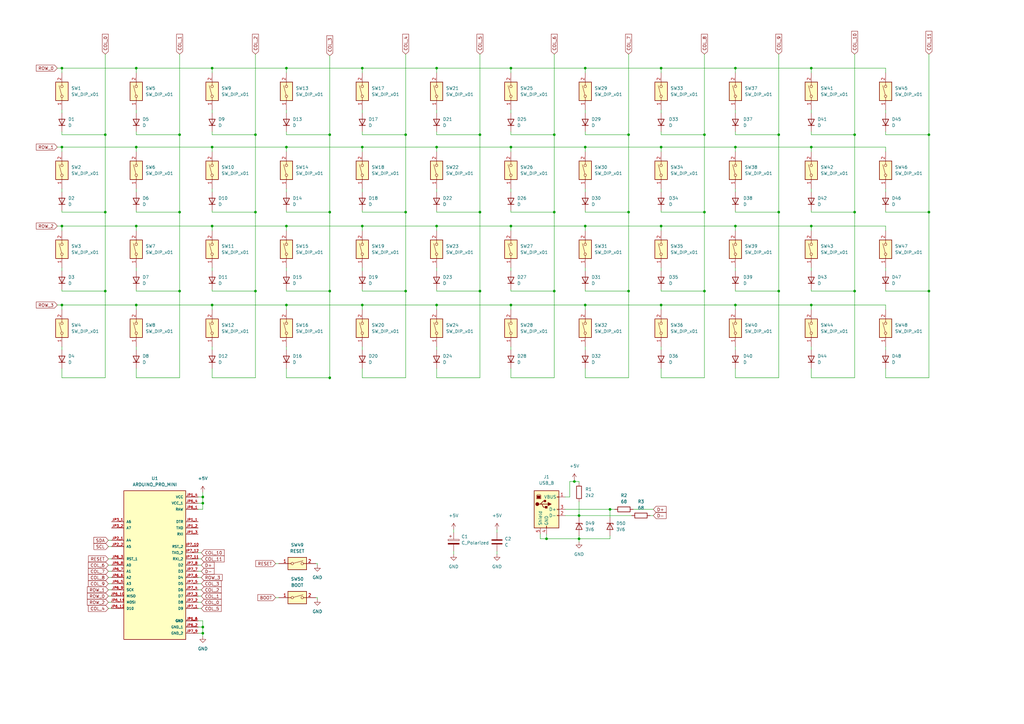
<source format=kicad_sch>
(kicad_sch (version 20211123) (generator eeschema)
  (paper "A3")
  (junction (at 25.4 92.71))
  (junction (at 332.74 92.71))
  (junction (at 209.55 60.325))
  (junction (at 179.07 125.095))
  (junction (at 271.145 27.94))
  (junction (at 227.33 86.995))
  (junction (at 55.88 60.325))
  (junction (at 86.995 125.095))
  (junction (at 319.405 119.38))
  (junction (at 166.37 55.245))
  (junction (at 301.625 27.94))
  (junction (at 209.55 125.095))
  (junction (at 257.81 55.245))
  (junction (at 288.925 119.38))
  (junction (at 271.145 125.095))
  (junction (at 271.145 92.71))
  (junction (at 237.49 211.455))
  (junction (at 55.88 92.71))
  (junction (at 240.03 60.325))
  (junction (at 117.475 92.71))
  (junction (at 179.07 27.94))
  (junction (at 350.52 86.995))
  (junction (at 25.4 27.94))
  (junction (at 135.255 119.38))
  (junction (at 288.925 55.245))
  (junction (at 240.03 27.94))
  (junction (at 148.59 125.095))
  (junction (at 117.475 125.095))
  (junction (at 240.03 92.71))
  (junction (at 25.4 125.095))
  (junction (at 271.145 60.325))
  (junction (at 83.185 206.375))
  (junction (at 83.185 203.835))
  (junction (at 332.74 27.94))
  (junction (at 332.74 60.325))
  (junction (at 135.255 86.995))
  (junction (at 55.88 125.095))
  (junction (at 381 55.245))
  (junction (at 86.995 92.71))
  (junction (at 25.4 60.325))
  (junction (at 179.07 92.71))
  (junction (at 227.33 55.245))
  (junction (at 148.59 60.325))
  (junction (at 135.255 154.94))
  (junction (at 73.66 86.995))
  (junction (at 117.475 60.325))
  (junction (at 148.59 27.94))
  (junction (at 43.18 119.38))
  (junction (at 196.85 119.38))
  (junction (at 209.55 27.94))
  (junction (at 350.52 55.245))
  (junction (at 350.52 119.38))
  (junction (at 117.475 27.94))
  (junction (at 301.625 125.095))
  (junction (at 224.155 220.98))
  (junction (at 237.49 220.98))
  (junction (at 83.185 259.715))
  (junction (at 166.37 119.38))
  (junction (at 288.925 86.995))
  (junction (at 83.185 257.175))
  (junction (at 257.81 119.38))
  (junction (at 179.07 60.325))
  (junction (at 301.625 60.325))
  (junction (at 381 119.38))
  (junction (at 86.995 27.94))
  (junction (at 166.37 86.995))
  (junction (at 381 86.995))
  (junction (at 319.405 86.995))
  (junction (at 301.625 92.71))
  (junction (at 250.19 208.915))
  (junction (at 73.66 119.38))
  (junction (at 43.18 86.995))
  (junction (at 240.03 125.095))
  (junction (at 196.85 86.995))
  (junction (at 86.995 60.325))
  (junction (at 209.55 92.71))
  (junction (at 43.18 55.245))
  (junction (at 257.81 86.995))
  (junction (at 55.88 27.94))
  (junction (at 73.66 55.245))
  (junction (at 332.74 125.095))
  (junction (at 196.85 55.245))
  (junction (at 319.405 55.245))
  (junction (at 104.775 119.38))
  (junction (at 148.59 92.71))
  (junction (at 227.33 119.38))
  (junction (at 135.255 55.245))
  (junction (at 104.775 86.995))
  (junction (at 104.775 55.245))
  (junction (at 235.585 197.485))
  (wire (pts (xy 271.145 92.71) (xy 301.625 92.71)))
  (wire (pts (xy 83.185 259.715) (xy 83.185 260.985)))
  (wire (pts (xy 271.145 109.855) (xy 271.145 111.125)))
  (wire (pts (xy 44.45 221.615) (xy 45.72 221.615)))
  (wire (pts (xy 86.995 27.94) (xy 86.995 29.845)))
  (wire (pts (xy 209.55 45.085) (xy 209.55 46.355)))
  (wire (pts (xy 44.45 247.015) (xy 45.72 247.015)))
  (wire (pts (xy 43.18 22.225) (xy 43.18 55.245)))
  (wire (pts (xy 332.74 60.325) (xy 332.74 62.23)))
  (wire (pts (xy 86.995 60.325) (xy 117.475 60.325)))
  (wire (pts (xy 301.625 53.975) (xy 301.625 55.245)))
  (wire (pts (xy 301.625 154.94) (xy 319.405 154.94)))
  (wire (pts (xy 117.475 27.94) (xy 117.475 29.845)))
  (wire (pts (xy 86.995 109.855) (xy 86.995 111.125)))
  (wire (pts (xy 350.52 22.225) (xy 350.52 55.245)))
  (wire (pts (xy 381 119.38) (xy 381 154.94)))
  (wire (pts (xy 240.03 27.94) (xy 271.145 27.94)))
  (wire (pts (xy 86.995 125.095) (xy 86.995 127)))
  (wire (pts (xy 271.145 53.975) (xy 271.145 55.245)))
  (wire (pts (xy 301.625 86.36) (xy 301.625 86.995)))
  (wire (pts (xy 227.33 22.225) (xy 227.33 55.245)))
  (wire (pts (xy 363.22 86.36) (xy 363.22 86.995)))
  (wire (pts (xy 81.28 249.555) (xy 82.55 249.555)))
  (wire (pts (xy 148.59 125.095) (xy 179.07 125.095)))
  (wire (pts (xy 240.03 53.975) (xy 240.03 55.245)))
  (wire (pts (xy 117.475 119.38) (xy 135.255 119.38)))
  (wire (pts (xy 86.995 77.47) (xy 86.995 78.74)))
  (wire (pts (xy 363.22 118.745) (xy 363.22 119.38)))
  (wire (pts (xy 55.88 27.94) (xy 86.995 27.94)))
  (wire (pts (xy 81.28 231.775) (xy 82.55 231.775)))
  (wire (pts (xy 250.19 219.71) (xy 250.19 220.98)))
  (wire (pts (xy 209.55 154.94) (xy 227.33 154.94)))
  (wire (pts (xy 271.145 92.71) (xy 271.145 94.615)))
  (wire (pts (xy 257.81 22.225) (xy 257.81 55.245)))
  (wire (pts (xy 332.74 45.085) (xy 332.74 46.355)))
  (wire (pts (xy 350.52 119.38) (xy 350.52 154.94)))
  (wire (pts (xy 25.4 27.94) (xy 55.88 27.94)))
  (wire (pts (xy 209.55 53.975) (xy 209.55 55.245)))
  (wire (pts (xy 55.88 154.94) (xy 73.66 154.94)))
  (wire (pts (xy 117.475 55.245) (xy 135.255 55.245)))
  (wire (pts (xy 332.74 55.245) (xy 350.52 55.245)))
  (wire (pts (xy 209.55 92.71) (xy 240.03 92.71)))
  (wire (pts (xy 44.45 249.555) (xy 45.72 249.555)))
  (wire (pts (xy 363.22 55.245) (xy 381 55.245)))
  (wire (pts (xy 179.07 125.095) (xy 209.55 125.095)))
  (wire (pts (xy 332.74 27.94) (xy 332.74 29.845)))
  (wire (pts (xy 209.55 119.38) (xy 227.33 119.38)))
  (wire (pts (xy 55.88 86.995) (xy 73.66 86.995)))
  (wire (pts (xy 23.495 60.325) (xy 25.4 60.325)))
  (wire (pts (xy 209.55 86.36) (xy 209.55 86.995)))
  (wire (pts (xy 148.59 60.325) (xy 179.07 60.325)))
  (wire (pts (xy 117.475 45.085) (xy 117.475 46.355)))
  (wire (pts (xy 83.185 203.835) (xy 83.185 206.375)))
  (wire (pts (xy 148.59 109.855) (xy 148.59 111.125)))
  (wire (pts (xy 209.55 142.24) (xy 209.55 143.51)))
  (wire (pts (xy 86.995 60.325) (xy 86.995 62.23)))
  (wire (pts (xy 288.925 119.38) (xy 288.925 154.94)))
  (wire (pts (xy 117.475 125.095) (xy 148.59 125.095)))
  (wire (pts (xy 55.88 55.245) (xy 73.66 55.245)))
  (wire (pts (xy 55.88 86.36) (xy 55.88 86.995)))
  (wire (pts (xy 240.03 45.085) (xy 240.03 46.355)))
  (wire (pts (xy 332.74 86.995) (xy 350.52 86.995)))
  (wire (pts (xy 301.625 60.325) (xy 332.74 60.325)))
  (wire (pts (xy 301.625 119.38) (xy 319.405 119.38)))
  (wire (pts (xy 240.03 119.38) (xy 257.81 119.38)))
  (wire (pts (xy 381 55.245) (xy 381 86.995)))
  (wire (pts (xy 166.37 119.38) (xy 166.37 154.94)))
  (wire (pts (xy 250.19 208.915) (xy 252.095 208.915)))
  (wire (pts (xy 117.475 154.94) (xy 135.255 154.94)))
  (wire (pts (xy 117.475 125.095) (xy 117.475 127)))
  (wire (pts (xy 301.625 27.94) (xy 332.74 27.94)))
  (wire (pts (xy 179.07 109.855) (xy 179.07 111.125)))
  (wire (pts (xy 86.995 142.24) (xy 86.995 143.51)))
  (wire (pts (xy 148.59 86.995) (xy 166.37 86.995)))
  (wire (pts (xy 148.59 92.71) (xy 148.59 94.615)))
  (wire (pts (xy 104.775 119.38) (xy 104.775 154.94)))
  (wire (pts (xy 203.835 226.06) (xy 203.835 227.33)))
  (wire (pts (xy 271.145 60.325) (xy 271.145 62.23)))
  (wire (pts (xy 179.07 27.94) (xy 209.55 27.94)))
  (wire (pts (xy 25.4 109.855) (xy 25.4 111.125)))
  (wire (pts (xy 25.4 60.325) (xy 25.4 62.23)))
  (wire (pts (xy 332.74 86.36) (xy 332.74 86.995)))
  (wire (pts (xy 117.475 109.855) (xy 117.475 111.125)))
  (wire (pts (xy 350.52 86.995) (xy 350.52 119.38)))
  (wire (pts (xy 237.49 205.74) (xy 237.49 211.455)))
  (wire (pts (xy 135.255 55.245) (xy 135.255 86.995)))
  (wire (pts (xy 25.4 53.975) (xy 25.4 55.245)))
  (wire (pts (xy 209.55 92.71) (xy 209.55 94.615)))
  (wire (pts (xy 301.625 86.995) (xy 319.405 86.995)))
  (wire (pts (xy 117.475 154.94) (xy 117.475 151.13)))
  (wire (pts (xy 196.85 55.245) (xy 196.85 86.995)))
  (wire (pts (xy 55.88 92.71) (xy 86.995 92.71)))
  (wire (pts (xy 235.585 197.485) (xy 237.49 197.485)))
  (wire (pts (xy 25.4 119.38) (xy 43.18 119.38)))
  (wire (pts (xy 166.37 22.225) (xy 166.37 55.245)))
  (wire (pts (xy 83.185 254.635) (xy 83.185 257.175)))
  (wire (pts (xy 231.775 208.915) (xy 250.19 208.915)))
  (wire (pts (xy 271.145 125.095) (xy 271.145 127)))
  (wire (pts (xy 209.55 125.095) (xy 209.55 127)))
  (wire (pts (xy 179.07 53.975) (xy 179.07 55.245)))
  (wire (pts (xy 25.4 86.995) (xy 43.18 86.995)))
  (wire (pts (xy 135.255 119.38) (xy 135.255 154.94)))
  (wire (pts (xy 81.28 226.695) (xy 82.55 226.695)))
  (wire (pts (xy 86.995 55.245) (xy 104.775 55.245)))
  (wire (pts (xy 381 86.995) (xy 381 119.38)))
  (wire (pts (xy 301.625 27.94) (xy 301.625 29.845)))
  (wire (pts (xy 166.37 55.245) (xy 166.37 86.995)))
  (wire (pts (xy 55.88 60.325) (xy 55.88 62.23)))
  (wire (pts (xy 288.925 86.995) (xy 288.925 119.38)))
  (wire (pts (xy 186.055 217.17) (xy 186.055 218.44)))
  (wire (pts (xy 25.4 60.325) (xy 55.88 60.325)))
  (wire (pts (xy 44.45 241.935) (xy 45.72 241.935)))
  (wire (pts (xy 271.145 27.94) (xy 301.625 27.94)))
  (wire (pts (xy 363.22 125.095) (xy 363.22 127)))
  (wire (pts (xy 25.4 125.095) (xy 55.88 125.095)))
  (wire (pts (xy 237.49 211.455) (xy 259.08 211.455)))
  (wire (pts (xy 73.66 119.38) (xy 73.66 154.94)))
  (wire (pts (xy 179.07 27.94) (xy 179.07 29.845)))
  (wire (pts (xy 117.475 118.745) (xy 117.475 119.38)))
  (wire (pts (xy 148.59 60.325) (xy 148.59 62.23)))
  (wire (pts (xy 332.74 92.71) (xy 332.74 94.615)))
  (wire (pts (xy 55.88 77.47) (xy 55.88 78.74)))
  (wire (pts (xy 240.03 154.94) (xy 240.03 151.13)))
  (wire (pts (xy 301.625 125.095) (xy 332.74 125.095)))
  (wire (pts (xy 179.07 125.095) (xy 179.07 127)))
  (wire (pts (xy 240.03 92.71) (xy 271.145 92.71)))
  (wire (pts (xy 104.775 55.245) (xy 104.775 86.995)))
  (wire (pts (xy 363.22 77.47) (xy 363.22 78.74)))
  (wire (pts (xy 148.59 77.47) (xy 148.59 78.74)))
  (wire (pts (xy 55.88 125.095) (xy 55.88 127)))
  (wire (pts (xy 179.07 45.085) (xy 179.07 46.355)))
  (wire (pts (xy 233.68 203.835) (xy 231.775 203.835)))
  (wire (pts (xy 363.22 86.995) (xy 381 86.995)))
  (wire (pts (xy 240.03 27.94) (xy 240.03 29.845)))
  (wire (pts (xy 196.85 119.38) (xy 196.85 154.94)))
  (wire (pts (xy 148.59 27.94) (xy 179.07 27.94)))
  (wire (pts (xy 332.74 142.24) (xy 332.74 143.51)))
  (wire (pts (xy 271.145 60.325) (xy 301.625 60.325)))
  (wire (pts (xy 148.59 92.71) (xy 179.07 92.71)))
  (wire (pts (xy 301.625 125.095) (xy 301.625 127)))
  (wire (pts (xy 209.55 109.855) (xy 209.55 111.125)))
  (wire (pts (xy 117.475 53.975) (xy 117.475 55.245)))
  (wire (pts (xy 196.85 86.995) (xy 196.85 119.38)))
  (wire (pts (xy 319.405 86.995) (xy 319.405 119.38)))
  (wire (pts (xy 148.59 27.94) (xy 148.59 29.845)))
  (wire (pts (xy 240.03 55.245) (xy 257.81 55.245)))
  (wire (pts (xy 271.145 118.745) (xy 271.145 119.38)))
  (wire (pts (xy 73.66 86.995) (xy 73.66 119.38)))
  (wire (pts (xy 81.28 247.015) (xy 82.55 247.015)))
  (wire (pts (xy 332.74 125.095) (xy 332.74 127)))
  (wire (pts (xy 55.88 118.745) (xy 55.88 119.38)))
  (wire (pts (xy 43.18 55.245) (xy 43.18 86.995)))
  (wire (pts (xy 271.145 86.995) (xy 288.925 86.995)))
  (wire (pts (xy 257.81 55.245) (xy 257.81 86.995)))
  (wire (pts (xy 350.52 55.245) (xy 350.52 86.995)))
  (wire (pts (xy 81.28 241.935) (xy 82.55 241.935)))
  (wire (pts (xy 44.45 239.395) (xy 45.72 239.395)))
  (wire (pts (xy 86.995 92.71) (xy 117.475 92.71)))
  (wire (pts (xy 43.18 86.995) (xy 43.18 119.38)))
  (wire (pts (xy 271.145 142.24) (xy 271.145 143.51)))
  (wire (pts (xy 117.475 92.71) (xy 148.59 92.71)))
  (wire (pts (xy 271.145 119.38) (xy 288.925 119.38)))
  (wire (pts (xy 148.59 55.245) (xy 166.37 55.245)))
  (wire (pts (xy 301.625 45.085) (xy 301.625 46.355)))
  (wire (pts (xy 381 22.225) (xy 381 55.245)))
  (wire (pts (xy 129.54 231.14) (xy 130.175 231.14)))
  (wire (pts (xy 209.55 125.095) (xy 240.03 125.095)))
  (wire (pts (xy 117.475 92.71) (xy 117.475 94.615)))
  (wire (pts (xy 209.55 60.325) (xy 209.55 62.23)))
  (wire (pts (xy 81.28 234.315) (xy 82.55 234.315)))
  (wire (pts (xy 25.4 92.71) (xy 25.4 94.615)))
  (wire (pts (xy 301.625 109.855) (xy 301.625 111.125)))
  (wire (pts (xy 332.74 154.94) (xy 332.74 151.13)))
  (wire (pts (xy 288.925 22.225) (xy 288.925 55.245)))
  (wire (pts (xy 237.49 220.98) (xy 237.49 222.25)))
  (wire (pts (xy 135.255 86.995) (xy 135.255 119.38)))
  (wire (pts (xy 25.4 154.94) (xy 25.4 151.13)))
  (wire (pts (xy 83.185 257.175) (xy 83.185 259.715)))
  (wire (pts (xy 240.03 92.71) (xy 240.03 94.615)))
  (wire (pts (xy 250.19 220.98) (xy 237.49 220.98)))
  (wire (pts (xy 209.55 118.745) (xy 209.55 119.38)))
  (wire (pts (xy 117.475 27.94) (xy 148.59 27.94)))
  (wire (pts (xy 271.145 125.095) (xy 301.625 125.095)))
  (wire (pts (xy 209.55 27.94) (xy 240.03 27.94)))
  (wire (pts (xy 271.145 86.36) (xy 271.145 86.995)))
  (wire (pts (xy 81.28 257.175) (xy 83.185 257.175)))
  (wire (pts (xy 301.625 60.325) (xy 301.625 62.23)))
  (wire (pts (xy 363.22 60.325) (xy 363.22 62.23)))
  (wire (pts (xy 332.74 27.94) (xy 363.22 27.94)))
  (wire (pts (xy 363.22 109.855) (xy 363.22 111.125)))
  (wire (pts (xy 55.88 60.325) (xy 86.995 60.325)))
  (wire (pts (xy 81.28 239.395) (xy 82.55 239.395)))
  (wire (pts (xy 221.615 220.98) (xy 221.615 219.075)))
  (wire (pts (xy 233.68 197.485) (xy 235.585 197.485)))
  (wire (pts (xy 332.74 92.71) (xy 363.22 92.71)))
  (wire (pts (xy 240.03 77.47) (xy 240.03 78.74)))
  (wire (pts (xy 44.45 231.775) (xy 45.72 231.775)))
  (wire (pts (xy 86.995 92.71) (xy 86.995 94.615)))
  (wire (pts (xy 240.03 125.095) (xy 271.145 125.095)))
  (wire (pts (xy 332.74 154.94) (xy 350.52 154.94)))
  (wire (pts (xy 301.625 118.745) (xy 301.625 119.38)))
  (wire (pts (xy 25.4 55.245) (xy 43.18 55.245)))
  (wire (pts (xy 271.145 27.94) (xy 271.145 29.845)))
  (wire (pts (xy 301.625 92.71) (xy 332.74 92.71)))
  (wire (pts (xy 301.625 92.71) (xy 301.625 94.615)))
  (wire (pts (xy 148.59 142.24) (xy 148.59 143.51)))
  (wire (pts (xy 148.59 53.975) (xy 148.59 55.245)))
  (wire (pts (xy 237.49 220.98) (xy 224.155 220.98)))
  (wire (pts (xy 363.22 154.94) (xy 381 154.94)))
  (wire (pts (xy 55.88 45.085) (xy 55.88 46.355)))
  (wire (pts (xy 233.68 197.485) (xy 233.68 203.835)))
  (wire (pts (xy 179.07 55.245) (xy 196.85 55.245)))
  (wire (pts (xy 148.59 86.36) (xy 148.59 86.995)))
  (wire (pts (xy 73.66 55.245) (xy 73.66 86.995)))
  (wire (pts (xy 250.19 208.915) (xy 250.19 212.09)))
  (wire (pts (xy 55.88 119.38) (xy 73.66 119.38)))
  (wire (pts (xy 113.03 245.11) (xy 114.3 245.11)))
  (wire (pts (xy 363.22 92.71) (xy 363.22 94.615)))
  (wire (pts (xy 332.74 125.095) (xy 363.22 125.095)))
  (wire (pts (xy 332.74 53.975) (xy 332.74 55.245)))
  (wire (pts (xy 209.55 60.325) (xy 240.03 60.325)))
  (wire (pts (xy 86.995 27.94) (xy 117.475 27.94)))
  (wire (pts (xy 301.625 55.245) (xy 319.405 55.245)))
  (wire (pts (xy 25.4 92.71) (xy 55.88 92.71)))
  (wire (pts (xy 209.55 154.94) (xy 209.55 151.13)))
  (wire (pts (xy 240.03 125.095) (xy 240.03 127)))
  (wire (pts (xy 44.45 244.475) (xy 45.72 244.475)))
  (wire (pts (xy 196.85 22.225) (xy 196.85 55.245)))
  (wire (pts (xy 81.28 229.235) (xy 82.55 229.235)))
  (wire (pts (xy 25.4 27.94) (xy 25.4 29.845)))
  (wire (pts (xy 25.4 118.745) (xy 25.4 119.38)))
  (wire (pts (xy 23.495 27.94) (xy 25.4 27.94)))
  (wire (pts (xy 332.74 118.745) (xy 332.74 119.38)))
  (wire (pts (xy 148.59 125.095) (xy 148.59 127)))
  (wire (pts (xy 240.03 154.94) (xy 257.81 154.94)))
  (wire (pts (xy 179.07 154.94) (xy 196.85 154.94)))
  (wire (pts (xy 86.995 45.085) (xy 86.995 46.355)))
  (wire (pts (xy 44.45 236.855) (xy 45.72 236.855)))
  (wire (pts (xy 363.22 53.975) (xy 363.22 55.245)))
  (wire (pts (xy 86.995 53.975) (xy 86.995 55.245)))
  (wire (pts (xy 55.88 125.095) (xy 86.995 125.095)))
  (wire (pts (xy 104.775 86.995) (xy 104.775 119.38)))
  (wire (pts (xy 148.59 154.94) (xy 166.37 154.94)))
  (wire (pts (xy 363.22 154.94) (xy 363.22 151.13)))
  (wire (pts (xy 86.995 154.94) (xy 86.995 151.13)))
  (wire (pts (xy 81.28 236.855) (xy 82.55 236.855)))
  (wire (pts (xy 332.74 109.855) (xy 332.74 111.125)))
  (wire (pts (xy 257.81 86.995) (xy 257.81 119.38)))
  (wire (pts (xy 179.07 60.325) (xy 209.55 60.325)))
  (wire (pts (xy 81.28 254.635) (xy 83.185 254.635)))
  (wire (pts (xy 43.18 119.38) (xy 43.18 154.94)))
  (wire (pts (xy 319.405 55.245) (xy 319.405 86.995)))
  (wire (pts (xy 271.145 154.94) (xy 288.925 154.94)))
  (wire (pts (xy 179.07 86.36) (xy 179.07 86.995)))
  (wire (pts (xy 179.07 154.94) (xy 179.07 151.13)))
  (wire (pts (xy 231.775 211.455) (xy 237.49 211.455)))
  (wire (pts (xy 240.03 86.995) (xy 257.81 86.995)))
  (wire (pts (xy 332.74 60.325) (xy 363.22 60.325)))
  (wire (pts (xy 86.995 118.745) (xy 86.995 119.38)))
  (wire (pts (xy 271.145 55.245) (xy 288.925 55.245)))
  (wire (pts (xy 209.55 77.47) (xy 209.55 78.74)))
  (wire (pts (xy 25.4 154.94) (xy 43.18 154.94)))
  (wire (pts (xy 179.07 118.745) (xy 179.07 119.38)))
  (wire (pts (xy 209.55 86.995) (xy 227.33 86.995)))
  (wire (pts (xy 363.22 27.94) (xy 363.22 29.845)))
  (wire (pts (xy 23.495 92.71) (xy 25.4 92.71)))
  (wire (pts (xy 148.59 118.745) (xy 148.59 119.38)))
  (wire (pts (xy 240.03 118.745) (xy 240.03 119.38)))
  (wire (pts (xy 81.28 203.835) (xy 83.185 203.835)))
  (wire (pts (xy 266.7 211.455) (xy 267.97 211.455)))
  (wire (pts (xy 23.495 125.095) (xy 25.4 125.095)))
  (wire (pts (xy 240.03 142.24) (xy 240.03 143.51)))
  (wire (pts (xy 81.28 259.715) (xy 83.185 259.715)))
  (wire (pts (xy 117.475 142.24) (xy 117.475 143.51)))
  (wire (pts (xy 301.625 77.47) (xy 301.625 78.74)))
  (wire (pts (xy 25.4 77.47) (xy 25.4 78.74)))
  (wire (pts (xy 117.475 86.36) (xy 117.475 86.995)))
  (wire (pts (xy 224.155 219.075) (xy 224.155 220.98)))
  (wire (pts (xy 83.185 206.375) (xy 83.185 208.915)))
  (wire (pts (xy 135.255 154.94) (xy 135.255 155.575)))
  (wire (pts (xy 117.475 86.995) (xy 135.255 86.995)))
  (wire (pts (xy 235.585 196.85) (xy 235.585 197.485)))
  (wire (pts (xy 332.74 77.47) (xy 332.74 78.74)))
  (wire (pts (xy 179.07 60.325) (xy 179.07 62.23)))
  (wire (pts (xy 363.22 45.085) (xy 363.22 46.355)))
  (wire (pts (xy 166.37 86.995) (xy 166.37 119.38)))
  (wire (pts (xy 257.81 119.38) (xy 257.81 154.94)))
  (wire (pts (xy 81.28 244.475) (xy 82.55 244.475)))
  (wire (pts (xy 186.055 226.06) (xy 186.055 227.33)))
  (wire (pts (xy 271.145 45.085) (xy 271.145 46.355)))
  (wire (pts (xy 73.66 22.225) (xy 73.66 55.245)))
  (wire (pts (xy 227.33 86.995) (xy 227.33 119.38)))
  (wire (pts (xy 240.03 109.855) (xy 240.03 111.125)))
  (wire (pts (xy 55.88 27.94) (xy 55.88 29.845)))
  (wire (pts (xy 25.4 125.095) (xy 25.4 127)))
  (wire (pts (xy 130.175 231.14) (xy 130.175 231.775)))
  (wire (pts (xy 25.4 142.24) (xy 25.4 143.51)))
  (wire (pts (xy 332.74 119.38) (xy 350.52 119.38)))
  (wire (pts (xy 25.4 86.36) (xy 25.4 86.995)))
  (wire (pts (xy 203.835 217.17) (xy 203.835 218.44)))
  (wire (pts (xy 129.54 245.11) (xy 130.175 245.11)))
  (wire (pts (xy 179.07 92.71) (xy 209.55 92.71)))
  (wire (pts (xy 237.49 197.485) (xy 237.49 198.12)))
  (wire (pts (xy 363.22 119.38) (xy 381 119.38)))
  (wire (pts (xy 117.475 60.325) (xy 117.475 62.23)))
  (wire (pts (xy 301.625 142.24) (xy 301.625 143.51)))
  (wire (pts (xy 44.45 224.155) (xy 45.72 224.155)))
  (wire (pts (xy 179.07 92.71) (xy 179.07 94.615)))
  (wire (pts (xy 301.625 154.94) (xy 301.625 151.13)))
  (wire (pts (xy 240.03 60.325) (xy 271.145 60.325)))
  (wire (pts (xy 83.185 201.93) (xy 83.185 203.835)))
  (wire (pts (xy 237.49 211.455) (xy 237.49 212.09)))
  (wire (pts (xy 83.185 208.915) (xy 81.28 208.915)))
  (wire (pts (xy 117.475 60.325) (xy 148.59 60.325)))
  (wire (pts (xy 271.145 77.47) (xy 271.145 78.74)))
  (wire (pts (xy 135.255 22.86) (xy 135.255 55.245)))
  (wire (pts (xy 227.33 55.245) (xy 227.33 86.995)))
  (wire (pts (xy 227.33 119.38) (xy 227.33 154.94)))
  (wire (pts (xy 86.995 154.94) (xy 104.775 154.94)))
  (wire (pts (xy 55.88 53.975) (xy 55.88 55.245)))
  (wire (pts (xy 319.405 22.225) (xy 319.405 55.245)))
  (wire (pts (xy 113.03 231.14) (xy 114.3 231.14)))
  (wire (pts (xy 117.475 77.47) (xy 117.475 78.74)))
  (wire (pts (xy 179.07 119.38) (xy 196.85 119.38)))
  (wire (pts (xy 179.07 77.47) (xy 179.07 78.74)))
  (wire (pts (xy 209.55 27.94) (xy 209.55 29.845)))
  (wire (pts (xy 363.22 142.24) (xy 363.22 143.51)))
  (wire (pts (xy 44.45 234.315) (xy 45.72 234.315)))
  (wire (pts (xy 104.775 22.225) (xy 104.775 55.245)))
  (wire (pts (xy 81.28 206.375) (xy 83.185 206.375)))
  (wire (pts (xy 44.45 229.235) (xy 45.72 229.235)))
  (wire (pts (xy 259.715 208.915) (xy 267.97 208.915)))
  (wire (pts (xy 240.03 60.325) (xy 240.03 62.23)))
  (wire (pts (xy 148.59 154.94) (xy 148.59 151.13)))
  (wire (pts (xy 86.995 125.095) (xy 117.475 125.095)))
  (wire (pts (xy 288.925 55.245) (xy 288.925 86.995)))
  (wire (pts (xy 209.55 55.245) (xy 227.33 55.245)))
  (wire (pts (xy 148.59 45.085) (xy 148.59 46.355)))
  (wire (pts (xy 148.59 119.38) (xy 166.37 119.38)))
  (wire (pts (xy 55.88 154.94) (xy 55.88 151.13)))
  (wire (pts (xy 25.4 45.085) (xy 25.4 46.355)))
  (wire (pts (xy 86.995 119.38) (xy 104.775 119.38)))
  (wire (pts (xy 271.145 154.94) (xy 271.145 151.13)))
  (wire (pts (xy 224.155 220.98) (xy 221.615 220.98)))
  (wire (pts (xy 237.49 219.71) (xy 237.49 220.98)))
  (wire (pts (xy 319.405 119.38) (xy 319.405 154.94)))
  (wire (pts (xy 55.88 109.855) (xy 55.88 111.125)))
  (wire (pts (xy 86.995 86.995) (xy 104.775 86.995)))
  (wire (pts (xy 130.175 245.11) (xy 130.175 245.745)))
  (wire (pts (xy 55.88 142.24) (xy 55.88 143.51)))
  (wire (pts (xy 240.03 86.36) (xy 240.03 86.995)))
  (wire (pts (xy 86.995 86.36) (xy 86.995 86.995)))
  (wire (pts (xy 179.07 86.995) (xy 196.85 86.995)))
  (wire (pts (xy 55.88 92.71) (xy 55.88 94.615)))
  (wire (pts (xy 179.07 142.24) (xy 179.07 143.51)))
  (global_label "D-" (shape input) (at 267.97 211.455 0) (property "Referências entre as folhas" "${INTERSHEET_REFS}" (effects hide)))
  (global_label "ROW_3" (shape input) (at 82.55 236.855 0) (property "Referências entre as folhas" "${INTERSHEET_REFS}" (effects hide)))
  (global_label "ROW_3" (shape input) (at 23.495 125.095 180) (property "Referências entre as folhas" "${INTERSHEET_REFS}" (effects hide)))
  (global_label "COL_8" (shape input) (at 288.925 22.225 90) (property "Referências entre as folhas" "${INTERSHEET_REFS}" (effects hide)))
  (global_label "ROW_1" (shape input) (at 23.495 60.325 180) (property "Referências entre as folhas" "${INTERSHEET_REFS}" (effects hide)))
  (global_label "D+" (shape input) (at 267.97 208.915 0) (property "Referências entre as folhas" "${INTERSHEET_REFS}" (effects hide)))
  (global_label "COL_10" (shape input) (at 82.55 226.695 0) (property "Referências entre as folhas" "${INTERSHEET_REFS}" (effects hide)))
  (global_label "COL_3" (shape input) (at 135.255 22.86 90) (property "Referências entre as folhas" "${INTERSHEET_REFS}" (effects hide)))
  (global_label "SCL" (shape input) (at 44.45 224.155 180) (property "Referências entre as folhas" "${INTERSHEET_REFS}" (effects hide)))
  (global_label "COL_9" (shape input) (at 319.405 22.225 90) (property "Referências entre as folhas" "${INTERSHEET_REFS}" (effects hide)))
  (global_label "COL_8" (shape input) (at 44.45 236.855 180) (property "Referências entre as folhas" "${INTERSHEET_REFS}" (effects hide)))
  (global_label "COL_6" (shape input) (at 227.33 22.225 90) (property "Referências entre as folhas" "${INTERSHEET_REFS}" (effects hide)))
  (global_label "COL_11" (shape input) (at 82.55 229.235 0) (property "Referências entre as folhas" "${INTERSHEET_REFS}" (effects hide)))
  (global_label "COL_6" (shape input) (at 44.45 231.775 180) (property "Referências entre as folhas" "${INTERSHEET_REFS}" (effects hide)))
  (global_label "COL_4" (shape input) (at 166.37 22.225 90) (property "Referências entre as folhas" "${INTERSHEET_REFS}" (effects hide)))
  (global_label "COL_2" (shape input) (at 82.55 241.935 0) (property "Referências entre as folhas" "${INTERSHEET_REFS}" (effects hide)))
  (global_label "ROW_2" (shape input) (at 23.495 92.71 180) (property "Referências entre as folhas" "${INTERSHEET_REFS}" (effects hide)))
  (global_label "BOOT" (shape input) (at 113.03 245.11 180) (property "Referências entre as folhas" "${INTERSHEET_REFS}" (effects hide)))
  (global_label "RESET" (shape input) (at 44.45 229.235 180) (property "Referências entre as folhas" "${INTERSHEET_REFS}" (effects hide)))
  (global_label "COL_5" (shape input) (at 196.85 22.225 90) (property "Referências entre as folhas" "${INTERSHEET_REFS}" (effects hide)))
  (global_label "COL_1" (shape input) (at 73.66 22.225 90) (property "Referências entre as folhas" "${INTERSHEET_REFS}" (effects hide)))
  (global_label "COL_0" (shape input) (at 82.55 247.015 0) (property "Referências entre as folhas" "${INTERSHEET_REFS}" (effects hide)))
  (global_label "COL_1" (shape input) (at 82.55 244.475 0) (property "Referências entre as folhas" "${INTERSHEET_REFS}" (effects hide)))
  (global_label "ROW_2" (shape input) (at 44.45 247.015 180) (property "Referências entre as folhas" "${INTERSHEET_REFS}" (effects hide)))
  (global_label "COL_0" (shape input) (at 43.18 22.225 90) (property "Referências entre as folhas" "${INTERSHEET_REFS}" (effects hide)))
  (global_label "COL_10" (shape input) (at 350.52 22.225 90) (property "Referências entre as folhas" "${INTERSHEET_REFS}" (effects hide)))
  (global_label "COL_3" (shape input) (at 82.55 239.395 0) (property "Referências entre as folhas" "${INTERSHEET_REFS}" (effects hide)))
  (global_label "COL_2" (shape input) (at 104.775 22.225 90) (property "Referências entre as folhas" "${INTERSHEET_REFS}" (effects hide)))
  (global_label "RESET" (shape input) (at 113.03 231.14 180) (property "Referências entre as folhas" "${INTERSHEET_REFS}" (effects hide)))
  (global_label "ROW_0" (shape input) (at 23.495 27.94 180) (property "Referências entre as folhas" "${INTERSHEET_REFS}" (effects hide)))
  (global_label "SDA" (shape input) (at 44.45 221.615 180) (property "Referências entre as folhas" "${INTERSHEET_REFS}" (effects hide)))
  (global_label "COL_5" (shape input) (at 82.55 249.555 0) (property "Referências entre as folhas" "${INTERSHEET_REFS}" (effects hide)))
  (global_label "ROW_0" (shape input) (at 44.45 244.475 180) (property "Referências entre as folhas" "${INTERSHEET_REFS}" (effects hide)))
  (global_label "ROW_1" (shape input) (at 44.45 241.935 180) (property "Referências entre as folhas" "${INTERSHEET_REFS}" (effects hide)))
  (global_label "COL_11" (shape input) (at 381 22.225 90) (property "Referências entre as folhas" "${INTERSHEET_REFS}" (effects hide)))
  (global_label "COL_9" (shape input) (at 44.45 239.395 180) (property "Referências entre as folhas" "${INTERSHEET_REFS}" (effects hide)))
  (global_label "COL_7" (shape input) (at 44.45 234.315 180) (property "Referências entre as folhas" "${INTERSHEET_REFS}" (effects hide)))
  (global_label "D-" (shape input) (at 82.55 234.315 0) (property "Referências entre as folhas" "${INTERSHEET_REFS}" (effects hide)))
  (global_label "COL_7" (shape input) (at 257.81 22.225 90) (property "Referências entre as folhas" "${INTERSHEET_REFS}" (effects hide)))
  (global_label "D+" (shape input) (at 82.55 231.775 0) (property "Referências entre as folhas" "${INTERSHEET_REFS}" (effects hide)))
  (global_label "COL_4" (shape input) (at 44.45 249.555 180) (property "Referências entre as folhas" "${INTERSHEET_REFS}" (effects hide)))
  (symbol (lib_id "Switch:SW_DIP_x01") (at 363.22 134.62 90) (unit 1)
    (property "Reference" "SW48" (at 367.03 133.3499 90) (effects (justify right)))
    (property "Value" "SW_DIP_x01" (at 367.03 135.8899 90) (effects (justify right)))
    (property "Footprint" "keyboard_parts:ALPS_SKCM" (effects hide))
  )
  (symbol (lib_id "Device:D") (at 55.88 50.165 90) (unit 1)
    (property "Reference" "D5" (at 58.42 48.8949 90) (effects (justify right)))
    (property "Value" "D" (at 58.42 51.4349 90) (effects (justify right)))
    (property "Footprint" "keyboard_parts:D_SOD123_axial" (effects hide))
  )
  (symbol (lib_id "Switch:SW_DIP_x01") (at 240.03 37.465 90) (unit 1)
    (property "Reference" "SW29" (at 243.84 36.1949 90) (effects (justify right)))
    (property "Value" "SW_DIP_x01" (at 243.84 38.7349 90) (effects (justify right)))
    (property "Footprint" "keyboard_parts:ALPS_SKCM" (effects hide))
  )
  (symbol (lib_id "Device:D") (at 25.4 50.165 90) (unit 1)
    (property "Reference" "D1" (at 27.94 48.8949 90) (effects (justify right)))
    (property "Value" "D" (at 27.94 51.4349 90) (effects (justify right)))
    (property "Footprint" "keyboard_parts:D_SOD123_axial" (effects hide))
  )
  (symbol (lib_id "Switch:SW_DIP_x01") (at 25.4 134.62 90) (unit 1)
    (property "Reference" "SW4" (at 29.21 133.3499 90) (effects (justify right)))
    (property "Value" "SW_DIP_x01" (at 29.21 135.8899 90) (effects (justify right)))
    (property "Footprint" "keyboard_parts:ALPS_SKCM" (effects hide))
  )
  (symbol (lib_id "Switch:SW_DIP_x01") (at 301.625 102.235 90) (unit 1)
    (property "Reference" "SW39" (at 305.435 100.9649 90) (effects (justify right)))
    (property "Value" "SW_DIP_x01" (at 305.435 103.5049 90) (effects (justify right)))
    (property "Footprint" "keyboard_parts:ALPS_SKCM" (effects hide))
  )
  (symbol (lib_id "Switch:SW_DIP_x01") (at 117.475 102.235 90) (unit 1)
    (property "Reference" "SW15" (at 121.285 100.9649 90) (effects (justify right)))
    (property "Value" "SW_DIP_x01" (at 121.285 103.5049 90) (effects (justify right)))
    (property "Footprint" "keyboard_parts:ALPS_SKCM" (effects hide))
  )
  (symbol (lib_id "Switch:SW_DIP_x01") (at 271.145 37.465 90) (unit 1)
    (property "Reference" "SW33" (at 274.955 36.1949 90) (effects (justify right)))
    (property "Value" "SW_DIP_x01" (at 274.955 38.7349 90) (effects (justify right)))
    (property "Footprint" "keyboard_parts:ALPS_SKCM" (effects hide))
  )
  (symbol (lib_id "Device:D") (at 117.475 114.935 90) (unit 1)
    (property "Reference" "D15" (at 120.015 113.6649 90) (effects (justify right)))
    (property "Value" "D" (at 120.015 116.2049 90) (effects (justify right)))
    (property "Footprint" "keyboard_parts:D_SOD123_axial" (effects hide))
  )
  (symbol (lib_id "Device:D") (at 117.475 147.32 90) (unit 1)
    (property "Reference" "D16" (at 120.015 146.0499 90) (effects (justify right)))
    (property "Value" "D" (at 120.015 148.5899 90) (effects (justify right)))
    (property "Footprint" "keyboard_parts:D_SOD123_axial" (effects hide))
  )
  (symbol (lib_id "Switch:SW_DIP_x01") (at 179.07 134.62 90) (unit 1)
    (property "Reference" "SW24" (at 182.88 133.3499 90) (effects (justify right)))
    (property "Value" "SW_DIP_x01" (at 182.88 135.8899 90) (effects (justify right)))
    (property "Footprint" "keyboard_parts:ALPS_SKCM" (effects hide))
  )
  (symbol (lib_id "power:GND") (at 203.835 227.33 0) (unit 1)
    (property "Reference" "#PWR0104" (effects hide))
    (property "Value" "GND" (at 203.835 232.41 0))
  )
  (symbol (lib_id "Device:D") (at 179.07 147.32 90) (unit 1)
    (property "Reference" "D24" (at 181.61 146.0499 90) (effects (justify right)))
    (property "Value" "D" (at 181.61 148.5899 90) (effects (justify right)))
    (property "Footprint" "keyboard_parts:D_SOD123_axial" (effects hide))
  )
  (symbol (lib_id "Device:D") (at 55.88 114.935 90) (unit 1)
    (property "Reference" "D7" (at 58.42 113.6649 90) (effects (justify right)))
    (property "Value" "D" (at 58.42 116.2049 90) (effects (justify right)))
    (property "Footprint" "keyboard_parts:D_SOD123_axial" (effects hide))
  )
  (symbol (lib_id "power:+5V") (at 186.055 217.17 0) (unit 1)
    (property "Reference" "#PWR0105" (effects hide))
    (property "Value" "+5V" (at 186.055 211.455 0))
  )
  (symbol (lib_id "Switch:SW_DIP_x01") (at 209.55 69.85 90) (unit 1)
    (property "Reference" "SW26" (at 213.36 68.5799 90) (effects (justify right)))
    (property "Value" "SW_DIP_x01" (at 213.36 71.1199 90) (effects (justify right)))
    (property "Footprint" "keyboard_parts:ALPS_SKCM" (effects hide))
  )
  (symbol (lib_id "Device:D") (at 209.55 50.165 90) (unit 1)
    (property "Reference" "D25" (at 212.09 48.8949 90) (effects (justify right)))
    (property "Value" "D" (at 212.09 51.4349 90) (effects (justify right)))
    (property "Footprint" "keyboard_parts:D_SOD123_axial" (effects hide))
  )
  (symbol (lib_id "power:+5V") (at 83.185 201.93 0) (unit 1)
    (property "Reference" "#PWR0110" (effects hide))
    (property "Value" "+5V" (at 83.185 196.215 0))
  )
  (symbol (lib_id "Device:D") (at 271.145 114.935 90) (unit 1)
    (property "Reference" "D35" (at 274.32 113.6649 90) (effects (justify right)))
    (property "Value" "D" (at 274.32 116.2049 90) (effects (justify right)))
    (property "Footprint" "keyboard_parts:D_SOD123_axial" (effects hide))
  )
  (symbol (lib_id "Switch:SW_DIP_x01") (at 25.4 102.235 90) (unit 1)
    (property "Reference" "SW3" (at 29.21 100.9649 90) (effects (justify right)))
    (property "Value" "SW_DIP_x01" (at 29.21 103.5049 90) (effects (justify right)))
    (property "Footprint" "keyboard_parts:ALPS_SKCM" (effects hide))
  )
  (symbol (lib_id "Device:D") (at 179.07 50.165 90) (unit 1)
    (property "Reference" "D21" (at 181.61 48.8949 90) (effects (justify right)))
    (property "Value" "D" (at 181.61 51.4349 90) (effects (justify right)))
    (property "Footprint" "keyboard_parts:D_SOD123_axial" (effects hide))
  )
  (symbol (lib_id "Switch:SW_DIP_x01") (at 301.625 134.62 90) (unit 1)
    (property "Reference" "SW40" (at 305.435 133.3499 90) (effects (justify right)))
    (property "Value" "SW_DIP_x01" (at 305.435 135.8899 90) (effects (justify right)))
    (property "Footprint" "keyboard_parts:ALPS_SKCM" (effects hide))
  )
  (symbol (lib_id "Device:D") (at 332.74 82.55 90) (unit 1)
    (property "Reference" "D42" (at 335.28 81.2799 90) (effects (justify right)))
    (property "Value" "D" (at 335.28 83.8199 90) (effects (justify right)))
    (property "Footprint" "keyboard_parts:D_SOD123_axial" (effects hide))
  )
  (symbol (lib_id "power:GND") (at 237.49 222.25 0) (unit 1)
    (property "Reference" "#PWR0102" (effects hide))
    (property "Value" "GND" (at 237.49 227.33 0))
  )
  (symbol (lib_id "Device:C") (at 203.835 222.25 0) (unit 1)
    (property "Reference" "C2" (at 207.01 220.9799 0) (effects (justify left)))
    (property "Value" "C" (at 207.01 223.5199 0) (effects (justify left)))
    (property "Footprint" "Capacitor_THT:C_Disc_D3.0mm_W1.6mm_P2.50mm" (effects hide))
  )
  (symbol (lib_id "Device:D") (at 271.145 82.55 90) (unit 1)
    (property "Reference" "D34" (at 274.32 81.2799 90) (effects (justify right)))
    (property "Value" "D" (at 274.32 83.8199 90) (effects (justify right)))
    (property "Footprint" "keyboard_parts:D_SOD123_axial" (effects hide))
  )
  (symbol (lib_id "Switch:SW_DIP_x01") (at 148.59 134.62 90) (unit 1)
    (property "Reference" "SW20" (at 152.4 133.3499 90) (effects (justify right)))
    (property "Value" "SW_DIP_x01" (at 152.4 135.8899 90) (effects (justify right)))
    (property "Footprint" "keyboard_parts:ALPS_SKCM" (effects hide))
  )
  (symbol (lib_id "Device:D_Zener") (at 250.19 215.9 270) (unit 1)
    (property "Reference" "D50" (at 252.73 214.6299 90) (effects (justify left)))
    (property "Value" "3V6" (at 252.73 217.1699 90) (effects (justify left)))
    (property "Footprint" "keyboard_parts:D_SOD123_axial" (effects hide))
  )
  (symbol (lib_id "Switch:SW_DIP_x01") (at 86.995 102.235 90) (unit 1)
    (property "Reference" "SW11" (at 90.805 100.9649 90) (effects (justify right)))
    (property "Value" "SW_DIP_x01" (at 90.805 103.5049 90) (effects (justify right)))
    (property "Footprint" "keyboard_parts:ALPS_SKCM" (effects hide))
  )
  (symbol (lib_id "Device:D") (at 179.07 114.935 90) (unit 1)
    (property "Reference" "D23" (at 181.61 113.6649 90) (effects (justify right)))
    (property "Value" "D" (at 181.61 116.2049 90) (effects (justify right)))
    (property "Footprint" "keyboard_parts:D_SOD123_axial" (effects hide))
  )
  (symbol (lib_id "Switch:SW_DIP_x01") (at 332.74 37.465 90) (unit 1)
    (property "Reference" "SW41" (at 336.55 36.1949 90) (effects (justify right)))
    (property "Value" "SW_DIP_x01" (at 336.55 38.7349 90) (effects (justify right)))
    (property "Footprint" "keyboard_parts:ALPS_SKCM" (effects hide))
  )
  (symbol (lib_id "Device:D") (at 271.145 50.165 90) (unit 1)
    (property "Reference" "D33" (at 274.32 48.8949 90) (effects (justify right)))
    (property "Value" "D" (at 274.32 51.4349 90) (effects (justify right)))
    (property "Footprint" "keyboard_parts:D_SOD123_axial" (effects hide))
  )
  (symbol (lib_id "Switch:SW_DIP_x01") (at 121.92 245.11 0) (unit 1)
    (property "Reference" "SW50" (at 121.92 237.49 0))
    (property "Value" "BOOT" (at 121.92 240.03 0))
    (property "Footprint" "Button_Switch_THT:SW_PUSH_6mm" (effects hide))
  )
  (symbol (lib_id "Device:D") (at 179.07 82.55 90) (unit 1)
    (property "Reference" "D22" (at 181.61 81.2799 90) (effects (justify right)))
    (property "Value" "D" (at 181.61 83.8199 90) (effects (justify right)))
    (property "Footprint" "keyboard_parts:D_SOD123_axial" (effects hide))
  )
  (symbol (lib_id "Device:D") (at 148.59 82.55 90) (unit 1)
    (property "Reference" "D18" (at 151.13 81.2799 90) (effects (justify right)))
    (property "Value" "D" (at 151.13 83.8199 90) (effects (justify right)))
    (property "Footprint" "keyboard_parts:D_SOD123_axial" (effects hide))
  )
  (symbol (lib_id "Device:D") (at 363.22 114.935 90) (unit 1)
    (property "Reference" "D47" (at 365.76 113.6649 90) (effects (justify right)))
    (property "Value" "D" (at 365.76 116.2049 90) (effects (justify right)))
    (property "Footprint" "keyboard_parts:D_SOD123_axial" (effects hide))
  )
  (symbol (lib_id "Switch:SW_DIP_x01") (at 209.55 37.465 90) (unit 1)
    (property "Reference" "SW25" (at 213.36 36.1949 90) (effects (justify right)))
    (property "Value" "SW_DIP_x01" (at 213.36 38.7349 90) (effects (justify right)))
    (property "Footprint" "keyboard_parts:ALPS_SKCM" (effects hide))
  )
  (symbol (lib_id "Device:D") (at 55.88 82.55 90) (unit 1)
    (property "Reference" "D6" (at 58.42 81.2799 90) (effects (justify right)))
    (property "Value" "D" (at 58.42 83.8199 90) (effects (justify right)))
    (property "Footprint" "keyboard_parts:D_SOD123_axial" (effects hide))
  )
  (symbol (lib_id "Device:D") (at 301.625 147.32 90) (unit 1)
    (property "Reference" "D40" (at 304.8 146.0499 90) (effects (justify right)))
    (property "Value" "D" (at 304.8 148.5899 90) (effects (justify right)))
    (property "Footprint" "keyboard_parts:D_SOD123_axial" (effects hide))
  )
  (symbol (lib_id "Device:D") (at 240.03 50.165 90) (unit 1)
    (property "Reference" "D29" (at 242.57 48.8949 90) (effects (justify right)))
    (property "Value" "D" (at 242.57 51.4349 90) (effects (justify right)))
    (property "Footprint" "keyboard_parts:D_SOD123_axial" (effects hide))
  )
  (symbol (lib_id "Device:C_Polarized") (at 186.055 222.25 0) (unit 1)
    (property "Reference" "C1" (at 189.23 220.0909 0) (effects (justify left)))
    (property "Value" "C_Polarized" (at 189.23 222.6309 0) (effects (justify left)))
    (property "Footprint" "Capacitor_THT:CP_Radial_D4.0mm_P1.50mm" (effects hide))
  )
  (symbol (lib_id "Switch:SW_DIP_x01") (at 117.475 134.62 90) (unit 1)
    (property "Reference" "SW16" (at 121.285 133.3499 90) (effects (justify right)))
    (property "Value" "SW_DIP_x01" (at 121.285 135.8899 90) (effects (justify right)))
    (property "Footprint" "keyboard_parts:ALPS_SKCM" (effects hide))
  )
  (symbol (lib_id "Switch:SW_DIP_x01") (at 301.625 69.85 90) (unit 1)
    (property "Reference" "SW38" (at 305.435 68.5799 90) (effects (justify right)))
    (property "Value" "SW_DIP_x01" (at 305.435 71.1199 90) (effects (justify right)))
    (property "Footprint" "keyboard_parts:ALPS_SKCM" (effects hide))
  )
  (symbol (lib_id "Device:D") (at 86.995 114.935 90) (unit 1)
    (property "Reference" "D11" (at 89.535 113.6649 90) (effects (justify right)))
    (property "Value" "D" (at 89.535 116.2049 90) (effects (justify right)))
    (property "Footprint" "keyboard_parts:D_SOD123_axial" (effects hide))
  )
  (symbol (lib_id "Device:D") (at 240.03 147.32 90) (unit 1)
    (property "Reference" "D32" (at 242.57 146.0499 90) (effects (justify right)))
    (property "Value" "D" (at 242.57 148.5899 90) (effects (justify right)))
    (property "Footprint" "keyboard_parts:D_SOD123_axial" (effects hide))
  )
  (symbol (lib_id "Switch:SW_DIP_x01") (at 271.145 134.62 90) (unit 1)
    (property "Reference" "SW36" (at 274.955 133.3499 90) (effects (justify right)))
    (property "Value" "SW_DIP_x01" (at 274.955 135.8899 90) (effects (justify right)))
    (property "Footprint" "keyboard_parts:ALPS_SKCM" (effects hide))
  )
  (symbol (lib_id "Switch:SW_DIP_x01") (at 240.03 69.85 90) (unit 1)
    (property "Reference" "SW30" (at 243.84 68.5799 90) (effects (justify right)))
    (property "Value" "SW_DIP_x01" (at 243.84 71.1199 90) (effects (justify right)))
    (property "Footprint" "keyboard_parts:ALPS_SKCM" (effects hide))
  )
  (symbol (lib_id "Device:D") (at 25.4 114.935 90) (unit 1)
    (property "Reference" "D3" (at 27.94 113.6649 90) (effects (justify right)))
    (property "Value" "D" (at 27.94 116.2049 90) (effects (justify right)))
    (property "Footprint" "keyboard_parts:D_SOD123_axial" (effects hide))
  )
  (symbol (lib_id "Device:D") (at 86.995 50.165 90) (unit 1)
    (property "Reference" "D9" (at 89.535 48.8949 90) (effects (justify right)))
    (property "Value" "D" (at 89.535 51.4349 90) (effects (justify right)))
    (property "Footprint" "keyboard_parts:D_SOD123_axial" (effects hide))
  )
  (symbol (lib_id "Switch:SW_DIP_x01") (at 86.995 134.62 90) (unit 1)
    (property "Reference" "SW12" (at 90.805 133.3499 90) (effects (justify right)))
    (property "Value" "SW_DIP_x01" (at 90.805 135.8899 90) (effects (justify right)))
    (property "Footprint" "keyboard_parts:ALPS_SKCM" (effects hide))
  )
  (symbol (lib_id "Device:R") (at 262.89 211.455 90) (unit 1)
    (property "Reference" "R3" (at 262.89 205.74 90))
    (property "Value" "68" (at 262.89 208.28 90))
    (property "Footprint" "Resistor_THT:R_Axial_DIN0204_L3.6mm_D1.6mm_P7.62mm_Horizontal" (effects hide))
  )
  (symbol (lib_id "Switch:SW_DIP_x01") (at 117.475 69.85 90) (unit 1)
    (property "Reference" "SW14" (at 121.285 68.5799 90) (effects (justify right)))
    (property "Value" "SW_DIP_x01" (at 121.285 71.1199 90) (effects (justify right)))
    (property "Footprint" "keyboard_parts:ALPS_SKCM" (effects hide))
  )
  (symbol (lib_id "Switch:SW_DIP_x01") (at 363.22 69.85 90) (unit 1)
    (property "Reference" "SW46" (at 367.03 68.5799 90) (effects (justify right)))
    (property "Value" "SW_DIP_x01" (at 367.03 71.1199 90) (effects (justify right)))
    (property "Footprint" "keyboard_parts:ALPS_SKCM" (effects hide))
  )
  (symbol (lib_id "power:GND") (at 83.185 260.985 0) (unit 1)
    (property "Reference" "#PWR0109" (effects hide))
    (property "Value" "GND" (at 83.185 266.065 0))
  )
  (symbol (lib_id "Device:D_Zener") (at 237.49 215.9 270) (unit 1)
    (property "Reference" "D49" (at 240.03 214.6299 90) (effects (justify left)))
    (property "Value" "3V6" (at 240.03 217.1699 90) (effects (justify left)))
    (property "Footprint" "keyboard_parts:D_SOD123_axial" (effects hide))
  )
  (symbol (lib_id "Device:D") (at 209.55 82.55 90) (unit 1)
    (property "Reference" "D26" (at 212.09 81.2799 90) (effects (justify right)))
    (property "Value" "D" (at 212.09 83.8199 90) (effects (justify right)))
    (property "Footprint" "keyboard_parts:D_SOD123_axial" (effects hide))
  )
  (symbol (lib_id "Switch:SW_DIP_x01") (at 363.22 102.235 90) (unit 1)
    (property "Reference" "SW47" (at 367.03 100.9649 90) (effects (justify right)))
    (property "Value" "SW_DIP_x01" (at 367.03 103.5049 90) (effects (justify right)))
    (property "Footprint" "keyboard_parts:ALPS_SKCM" (effects hide))
  )
  (symbol (lib_id "Device:D") (at 209.55 147.32 90) (unit 1)
    (property "Reference" "D28" (at 212.09 146.0499 90) (effects (justify right)))
    (property "Value" "D" (at 212.09 148.5899 90) (effects (justify right)))
    (property "Footprint" "keyboard_parts:D_SOD123_axial" (effects hide))
  )
  (symbol (lib_id "Switch:SW_DIP_x01") (at 179.07 102.235 90) (unit 1)
    (property "Reference" "SW23" (at 182.88 100.9649 90) (effects (justify right)))
    (property "Value" "SW_DIP_x01" (at 182.88 103.5049 90) (effects (justify right)))
    (property "Footprint" "keyboard_parts:ALPS_SKCM" (effects hide))
  )
  (symbol (lib_id "Device:D") (at 148.59 147.32 90) (unit 1)
    (property "Reference" "D20" (at 151.13 146.0499 90) (effects (justify right)))
    (property "Value" "D" (at 151.13 148.5899 90) (effects (justify right)))
    (property "Footprint" "keyboard_parts:D_SOD123_axial" (effects hide))
  )
  (symbol (lib_id "Switch:SW_DIP_x01") (at 148.59 37.465 90) (unit 1)
    (property "Reference" "SW17" (at 152.4 36.1949 90) (effects (justify right)))
    (property "Value" "SW_DIP_x01" (at 152.4 38.7349 90) (effects (justify right)))
    (property "Footprint" "keyboard_parts:ALPS_SKCM" (effects hide))
  )
  (symbol (lib_id "Device:R") (at 255.905 208.915 90) (unit 1)
    (property "Reference" "R2" (at 255.905 203.2 90))
    (property "Value" "68" (at 255.905 205.74 90))
    (property "Footprint" "Resistor_THT:R_Axial_DIN0204_L3.6mm_D1.6mm_P7.62mm_Horizontal" (effects hide))
  )
  (symbol (lib_id "Device:D") (at 363.22 50.165 90) (unit 1)
    (property "Reference" "D45" (at 365.76 48.8949 90) (effects (justify right)))
    (property "Value" "D" (at 365.76 51.4349 90) (effects (justify right)))
    (property "Footprint" "keyboard_parts:D_SOD123_axial" (effects hide))
  )
  (symbol (lib_id "Device:D") (at 332.74 50.165 90) (unit 1)
    (property "Reference" "D41" (at 335.28 48.8949 90) (effects (justify right)))
    (property "Value" "D" (at 335.28 51.4349 90) (effects (justify right)))
    (property "Footprint" "keyboard_parts:D_SOD123_axial" (effects hide))
  )
  (symbol (lib_id "Device:D") (at 86.995 147.32 90) (unit 1)
    (property "Reference" "D12" (at 89.535 146.0499 90) (effects (justify right)))
    (property "Value" "D" (at 89.535 148.5899 90) (effects (justify right)))
    (property "Footprint" "keyboard_parts:D_SOD123_axial" (effects hide))
  )
  (symbol (lib_id "Device:D") (at 240.03 82.55 90) (unit 1)
    (property "Reference" "D30" (at 242.57 81.2799 90) (effects (justify right)))
    (property "Value" "D" (at 242.57 83.8199 90) (effects (justify right)))
    (property "Footprint" "keyboard_parts:D_SOD123_axial" (effects hide))
  )
  (symbol (lib_id "Device:D") (at 148.59 50.165 90) (unit 1)
    (property "Reference" "D17" (at 151.13 48.8949 90) (effects (justify right)))
    (property "Value" "D" (at 151.13 51.4349 90) (effects (justify right)))
    (property "Footprint" "keyboard_parts:D_SOD123_axial" (effects hide))
  )
  (symbol (lib_id "Switch:SW_DIP_x01") (at 25.4 69.85 90) (unit 1)
    (property "Reference" "SW2" (at 29.21 68.5799 90) (effects (justify right)))
    (property "Value" "SW_DIP_x01" (at 29.21 71.1199 90) (effects (justify right)))
    (property "Footprint" "keyboard_parts:ALPS_SKCM" (effects hide))
  )
  (symbol (lib_id "ARDUINO_PRO_MINI:ARDUINO_PRO_MINI") (at 63.5 231.775 0) (unit 1)
    (property "Reference" "U1" (at 63.5 196.215 0))
    (property "Value" "ARDUINO_PRO_MINI" (at 63.5 198.755 0))
    (property "Footprint" "ARDUINO_PRO_MINI:MODULE_ARDUINO_PRO_MINI" (effects hide))
    (property "MAXIMUM_PACKAGE_HEIGHT" "N/A" (effects hide))
    (property "MANUFACTURER" "SparkFun Electronics" (effects hide))
    (property "PARTREV" "N/A" (effects hide))
    (property "STANDARD" "Manufacturer Recommendations" (effects hide))
  )
  (symbol (lib_id "Device:D") (at 363.22 147.32 90) (unit 1)
    (property "Reference" "D48" (at 365.76 146.0499 90) (effects (justify right)))
    (property "Value" "D" (at 365.76 148.5899 90) (effects (justify right)))
    (property "Footprint" "keyboard_parts:D_SOD123_axial" (effects hide))
  )
  (symbol (lib_id "power:+5V") (at 203.835 217.17 0) (unit 1)
    (property "Reference" "#PWR0103" (effects hide))
    (property "Value" "+5V" (at 203.835 211.455 0))
  )
  (symbol (lib_id "Device:D") (at 148.59 114.935 90) (unit 1)
    (property "Reference" "D19" (at 151.13 113.6649 90) (effects (justify right)))
    (property "Value" "D" (at 151.13 116.2049 90) (effects (justify right)))
    (property "Footprint" "keyboard_parts:D_SOD123_axial" (effects hide))
  )
  (symbol (lib_id "Switch:SW_DIP_x01") (at 148.59 69.85 90) (unit 1)
    (property "Reference" "SW18" (at 152.4 68.5799 90) (effects (justify right)))
    (property "Value" "SW_DIP_x01" (at 152.4 71.1199 90) (effects (justify right)))
    (property "Footprint" "keyboard_parts:ALPS_SKCM" (effects hide))
  )
  (symbol (lib_id "Device:D") (at 209.55 114.935 90) (unit 1)
    (property "Reference" "D27" (at 212.09 113.6649 90) (effects (justify right)))
    (property "Value" "D" (at 212.09 116.2049 90) (effects (justify right)))
    (property "Footprint" "keyboard_parts:D_SOD123_axial" (effects hide))
  )
  (symbol (lib_id "Device:D") (at 117.475 50.165 90) (unit 1)
    (property "Reference" "D13" (at 120.015 48.8949 90) (effects (justify right)))
    (property "Value" "D" (at 120.015 51.4349 90) (effects (justify right)))
    (property "Footprint" "keyboard_parts:D_SOD123_axial" (effects hide))
  )
  (symbol (lib_id "power:GND") (at 130.175 231.775 0) (unit 1)
    (property "Reference" "#PWR0107" (effects hide))
    (property "Value" "GND" (at 130.175 236.855 0))
  )
  (symbol (lib_id "Switch:SW_DIP_x01") (at 271.145 102.235 90) (unit 1)
    (property "Reference" "SW35" (at 274.955 100.9649 90) (effects (justify right)))
    (property "Value" "SW_DIP_x01" (at 274.955 103.5049 90) (effects (justify right)))
    (property "Footprint" "keyboard_parts:ALPS_SKCM" (effects hide))
  )
  (symbol (lib_id "Switch:SW_DIP_x01") (at 86.995 37.465 90) (unit 1)
    (property "Reference" "SW9" (at 90.805 36.1949 90) (effects (justify right)))
    (property "Value" "SW_DIP_x01" (at 90.805 38.7349 90) (effects (justify right)))
    (property "Footprint" "keyboard_parts:ALPS_SKCM" (effects hide))
  )
  (symbol (lib_id "power:+5V") (at 235.585 196.85 0) (unit 1)
    (property "Reference" "#PWR0101" (effects hide))
    (property "Value" "+5V" (at 235.585 191.135 0))
  )
  (symbol (lib_id "Device:D") (at 332.74 114.935 90) (unit 1)
    (property "Reference" "D43" (at 335.28 113.6649 90) (effects (justify right)))
    (property "Value" "D" (at 335.28 116.2049 90) (effects (justify right)))
    (property "Footprint" "keyboard_parts:D_SOD123_axial" (effects hide))
  )
  (symbol (lib_id "Device:D") (at 55.88 147.32 90) (unit 1)
    (property "Reference" "D8" (at 58.42 146.0499 90) (effects (justify right)))
    (property "Value" "D" (at 58.42 148.5899 90) (effects (justify right)))
    (property "Footprint" "keyboard_parts:D_SOD123_axial" (effects hide))
  )
  (symbol (lib_id "Switch:SW_DIP_x01") (at 209.55 134.62 90) (unit 1)
    (property "Reference" "SW28" (at 213.36 133.3499 90) (effects (justify right)))
    (property "Value" "SW_DIP_x01" (at 213.36 135.8899 90) (effects (justify right)))
    (property "Footprint" "keyboard_parts:ALPS_SKCM" (effects hide))
  )
  (symbol (lib_id "Switch:SW_DIP_x01") (at 86.995 69.85 90) (unit 1)
    (property "Reference" "SW10" (at 90.805 68.5799 90) (effects (justify right)))
    (property "Value" "SW_DIP_x01" (at 90.805 71.1199 90) (effects (justify right)))
    (property "Footprint" "keyboard_parts:ALPS_SKCM" (effects hide))
  )
  (symbol (lib_id "Switch:SW_DIP_x01") (at 332.74 69.85 90) (unit 1)
    (property "Reference" "SW42" (at 336.55 68.5799 90) (effects (justify right)))
    (property "Value" "SW_DIP_x01" (at 336.55 71.1199 90) (effects (justify right)))
    (property "Footprint" "keyboard_parts:ALPS_SKCM" (effects hide))
  )
  (symbol (lib_id "Switch:SW_DIP_x01") (at 55.88 37.465 90) (unit 1)
    (property "Reference" "SW5" (at 59.69 36.1949 90) (effects (justify right)))
    (property "Value" "SW_DIP_x01" (at 59.69 38.7349 90) (effects (justify right)))
    (property "Footprint" "keyboard_parts:ALPS_SKCM" (effects hide))
  )
  (symbol (lib_id "Switch:SW_DIP_x01") (at 363.22 37.465 90) (unit 1)
    (property "Reference" "SW45" (at 367.03 36.1949 90) (effects (justify right)))
    (property "Value" "SW_DIP_x01" (at 367.03 38.7349 90) (effects (justify right)))
    (property "Footprint" "keyboard_parts:ALPS_SKCM" (effects hide))
  )
  (symbol (lib_id "Device:D") (at 271.145 147.32 90) (unit 1)
    (property "Reference" "D36" (at 274.32 146.0499 90) (effects (justify right)))
    (property "Value" "D" (at 274.32 148.5899 90) (effects (justify right)))
    (property "Footprint" "keyboard_parts:D_SOD123_axial" (effects hide))
  )
  (symbol (lib_id "Device:D") (at 301.625 114.935 90) (unit 1)
    (property "Reference" "D39" (at 304.8 113.6649 90) (effects (justify right)))
    (property "Value" "D" (at 304.8 116.2049 90) (effects (justify right)))
    (property "Footprint" "keyboard_parts:D_SOD123_axial" (effects hide))
  )
  (symbol (lib_id "Switch:SW_DIP_x01") (at 148.59 102.235 90) (unit 1)
    (property "Reference" "SW19" (at 152.4 100.9649 90) (effects (justify right)))
    (property "Value" "SW_DIP_x01" (at 152.4 103.5049 90) (effects (justify right)))
    (property "Footprint" "keyboard_parts:ALPS_SKCM" (effects hide))
  )
  (symbol (lib_id "Device:D") (at 301.625 50.165 90) (unit 1)
    (property "Reference" "D37" (at 304.8 48.8949 90) (effects (justify right)))
    (property "Value" "D" (at 304.8 51.4349 90) (effects (justify right)))
    (property "Footprint" "keyboard_parts:D_SOD123_axial" (effects hide))
  )
  (symbol (lib_id "Switch:SW_DIP_x01") (at 55.88 134.62 90) (unit 1)
    (property "Reference" "SW8" (at 59.69 133.3499 90) (effects (justify right)))
    (property "Value" "SW_DIP_x01" (at 59.69 135.8899 90) (effects (justify right)))
    (property "Footprint" "keyboard_parts:ALPS_SKCM" (effects hide))
  )
  (symbol (lib_id "Switch:SW_DIP_x01") (at 25.4 37.465 90) (unit 1)
    (property "Reference" "SW1" (at 29.21 36.1949 90) (effects (justify right)))
    (property "Value" "SW_DIP_x01" (at 29.21 38.7349 90) (effects (justify right)))
    (property "Footprint" "keyboard_parts:ALPS_SKCM_reverse_pad" (effects hide))
  )
  (symbol (lib_id "Switch:SW_DIP_x01") (at 271.145 69.85 90) (unit 1)
    (property "Reference" "SW34" (at 274.955 68.5799 90) (effects (justify right)))
    (property "Value" "SW_DIP_x01" (at 274.955 71.1199 90) (effects (justify right)))
    (property "Footprint" "keyboard_parts:ALPS_SKCM" (effects hide))
  )
  (symbol (lib_id "power:GND") (at 186.055 227.33 0) (unit 1)
    (property "Reference" "#PWR0106" (effects hide))
    (property "Value" "GND" (at 186.055 232.41 0))
  )
  (symbol (lib_id "Switch:SW_DIP_x01") (at 117.475 37.465 90) (unit 1)
    (property "Reference" "SW13" (at 121.285 36.1949 90) (effects (justify right)))
    (property "Value" "SW_DIP_x01" (at 121.285 38.7349 90) (effects (justify right)))
    (property "Footprint" "keyboard_parts:ALPS_SKCM" (effects hide))
  )
  (symbol (lib_id "Device:D") (at 86.995 82.55 90) (unit 1)
    (property "Reference" "D10" (at 89.535 81.2799 90) (effects (justify right)))
    (property "Value" "D" (at 89.535 83.8199 90) (effects (justify right)))
    (property "Footprint" "keyboard_parts:D_SOD123_axial" (effects hide))
  )
  (symbol (lib_id "Switch:SW_DIP_x01") (at 240.03 134.62 90) (unit 1)
    (property "Reference" "SW32" (at 243.84 133.3499 90) (effects (justify right)))
    (property "Value" "SW_DIP_x01" (at 243.84 135.8899 90) (effects (justify right)))
    (property "Footprint" "keyboard_parts:ALPS_SKCM" (effects hide))
  )
  (symbol (lib_id "Switch:SW_DIP_x01") (at 121.92 231.14 0) (unit 1)
    (property "Reference" "SW49" (at 121.92 223.52 0))
    (property "Value" "RESET" (at 121.92 226.06 0))
    (property "Footprint" "Button_Switch_THT:SW_PUSH_6mm" (effects hide))
  )
  (symbol (lib_id "Switch:SW_DIP_x01") (at 55.88 69.85 90) (unit 1)
    (property "Reference" "SW6" (at 59.69 68.5799 90) (effects (justify right)))
    (property "Value" "SW_DIP_x01" (at 59.69 71.1199 90) (effects (justify right)))
    (property "Footprint" "keyboard_parts:ALPS_SKCM" (effects hide))
  )
  (symbol (lib_id "Device:D") (at 363.22 82.55 90) (unit 1)
    (property "Reference" "D46" (at 365.76 81.2799 90) (effects (justify right)))
    (property "Value" "D" (at 365.76 83.8199 90) (effects (justify right)))
    (property "Footprint" "keyboard_parts:D_SOD123_axial" (effects hide))
  )
  (symbol (lib_id "Device:R") (at 237.49 201.93 0) (unit 1)
    (property "Reference" "R1" (at 240.03 200.6599 0) (effects (justify left)))
    (property "Value" "2k2" (at 240.03 203.1999 0) (effects (justify left)))
    (property "Footprint" "Resistor_THT:R_Axial_DIN0204_L3.6mm_D1.6mm_P7.62mm_Horizontal" (effects hide))
  )
  (symbol (lib_id "Connector:USB_B") (at 224.155 208.915 0) (unit 1)
    (property "Reference" "J1" (at 224.155 195.58 0))
    (property "Value" "USB_B" (at 224.155 198.12 0))
    (property "Footprint" "Connector_USB:USB_B_OST_USB-B1HSxx_Horizontal" (effects hide))
    (property "Datasheet" " ~" (effects hide))
  )
  (symbol (lib_id "power:GND") (at 130.175 245.745 0) (unit 1)
    (property "Reference" "#PWR0108" (effects hide))
    (property "Value" "GND" (at 130.175 250.825 0))
  )
  (symbol (lib_id "Device:D") (at 25.4 82.55 90) (unit 1)
    (property "Reference" "D2" (at 27.94 81.2799 90) (effects (justify right)))
    (property "Value" "D" (at 27.94 83.8199 90) (effects (justify right)))
    (property "Footprint" "keyboard_parts:D_SOD123_axial" (effects hide))
  )
  (symbol (lib_id "Switch:SW_DIP_x01") (at 179.07 37.465 90) (unit 1)
    (property "Reference" "SW21" (at 182.88 36.1949 90) (effects (justify right)))
    (property "Value" "SW_DIP_x01" (at 182.88 38.7349 90) (effects (justify right)))
    (property "Footprint" "keyboard_parts:ALPS_SKCM" (effects hide))
  )
  (symbol (lib_id "Switch:SW_DIP_x01") (at 240.03 102.235 90) (unit 1)
    (property "Reference" "SW31" (at 243.84 100.9649 90) (effects (justify right)))
    (property "Value" "SW_DIP_x01" (at 243.84 103.5049 90) (effects (justify right)))
    (property "Footprint" "keyboard_parts:ALPS_SKCM" (effects hide))
  )
  (symbol (lib_id "Device:D") (at 25.4 147.32 90) (unit 1)
    (property "Reference" "D4" (at 27.94 146.0499 90) (effects (justify right)))
    (property "Value" "D" (at 27.94 148.5899 90) (effects (justify right)))
    (property "Footprint" "keyboard_parts:D_SOD123_axial" (effects hide))
  )
  (symbol (lib_id "Switch:SW_DIP_x01") (at 55.88 102.235 90) (unit 1)
    (property "Reference" "SW7" (at 59.69 100.9649 90) (effects (justify right)))
    (property "Value" "SW_DIP_x01" (at 59.69 103.5049 90) (effects (justify right)))
    (property "Footprint" "keyboard_parts:ALPS_SKCM" (effects hide))
  )
  (symbol (lib_id "Device:D") (at 117.475 82.55 90) (unit 1)
    (property "Reference" "D14" (at 120.015 81.2799 90) (effects (justify right)))
    (property "Value" "D" (at 120.015 83.8199 90) (effects (justify right)))
    (property "Footprint" "keyboard_parts:D_SOD123_axial" (effects hide))
  )
  (symbol (lib_id "Switch:SW_DIP_x01") (at 301.625 37.465 90) (unit 1)
    (property "Reference" "SW37" (at 305.435 36.1949 90) (effects (justify right)))
    (property "Value" "SW_DIP_x01" (at 305.435 38.7349 90) (effects (justify right)))
    (property "Footprint" "keyboard_parts:ALPS_SKCM" (effects hide))
  )
  (symbol (lib_id "Switch:SW_DIP_x01") (at 332.74 134.62 90) (unit 1)
    (property "Reference" "SW44" (at 336.55 133.3499 90) (effects (justify right)))
    (property "Value" "SW_DIP_x01" (at 336.55 135.8899 90) (effects (justify right)))
    (property "Footprint" "keyboard_parts:ALPS_SKCM" (effects hide))
  )
  (symbol (lib_id "Switch:SW_DIP_x01") (at 332.74 102.235 90) (unit 1)
    (property "Reference" "SW43" (at 336.55 100.9649 90) (effects (justify right)))
    (property "Value" "SW_DIP_x01" (at 336.55 103.5049 90) (effects (justify right)))
    (property "Footprint" "keyboard_parts:ALPS_SKCM" (effects hide))
  )
  (symbol (lib_id "Device:D") (at 240.03 114.935 90) (unit 1)
    (property "Reference" "D31" (at 242.57 113.6649 90) (effects (justify right)))
    (property "Value" "D" (at 242.57 116.2049 90) (effects (justify right)))
    (property "Footprint" "keyboard_parts:D_SOD123_axial" (effects hide))
  )
  (symbol (lib_id "Device:D") (at 332.74 147.32 90) (unit 1)
    (property "Reference" "D44" (at 335.28 146.0499 90) (effects (justify right)))
    (property "Value" "D" (at 335.28 148.5899 90) (effects (justify right)))
    (property "Footprint" "keyboard_parts:D_SOD123_axial" (effects hide))
  )
  (symbol (lib_id "Switch:SW_DIP_x01") (at 179.07 69.85 90) (unit 1)
    (property "Reference" "SW22" (at 182.88 68.5799 90) (effects (justify right)))
    (property "Value" "SW_DIP_x01" (at 182.88 71.1199 90) (effects (justify right)))
    (property "Footprint" "keyboard_parts:ALPS_SKCM" (effects hide))
  )
  (symbol (lib_id "Switch:SW_DIP_x01") (at 209.55 102.235 90) (unit 1)
    (property "Reference" "SW27" (at 213.36 100.9649 90) (effects (justify right)))
    (property "Value" "SW_DIP_x01" (at 213.36 103.5049 90) (effects (justify right)))
    (property "Footprint" "keyboard_parts:ALPS_SKCM" (effects hide))
  )
  (symbol (lib_id "Device:D") (at 301.625 82.55 90) (unit 1)
    (property "Reference" "D38" (at 304.8 81.2799 90) (effects (justify right)))
    (property "Value" "D" (at 304.8 83.8199 90) (effects (justify right)))
    (property "Footprint" "keyboard_parts:D_SOD123_axial" (effects hide))
  )
)
</source>
